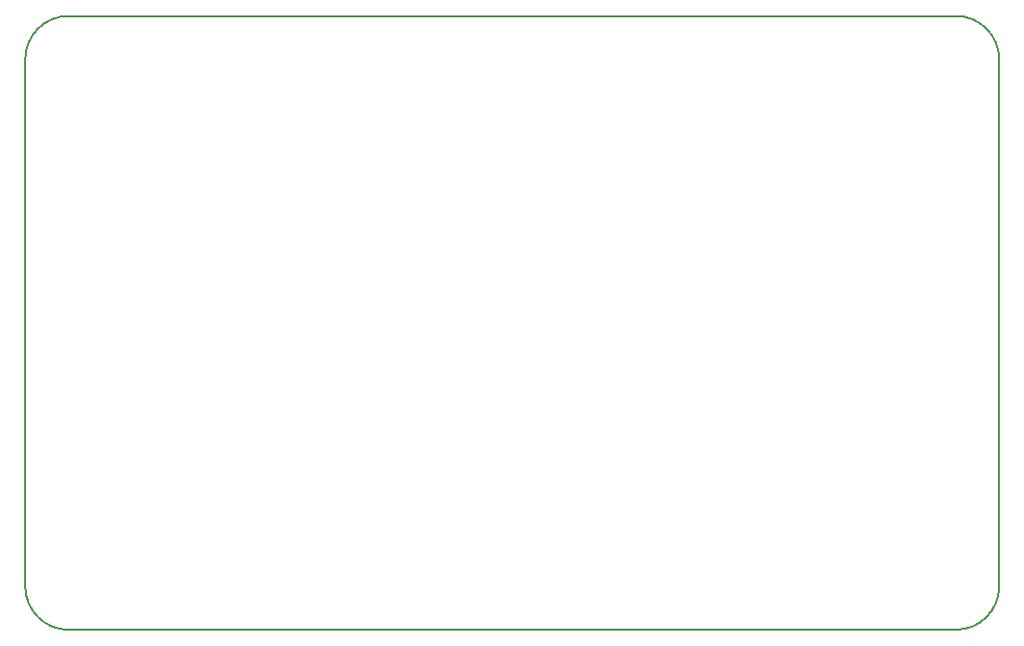
<source format=gbr>
G04 #@! TF.GenerationSoftware,KiCad,Pcbnew,(5.0.1-3-g963ef8bb5)*
G04 #@! TF.CreationDate,2019-01-31T02:17:08+09:00*
G04 #@! TF.ProjectId,mykeyboard,6D796B6579626F6172642E6B69636164,rev?*
G04 #@! TF.SameCoordinates,Original*
G04 #@! TF.FileFunction,Profile,NP*
%FSLAX46Y46*%
G04 Gerber Fmt 4.6, Leading zero omitted, Abs format (unit mm)*
G04 Created by KiCad (PCBNEW (5.0.1-3-g963ef8bb5)) date 2019 January 31, Thursday 02:17:08*
%MOMM*%
%LPD*%
G01*
G04 APERTURE LIST*
%ADD10C,0.150000*%
G04 APERTURE END LIST*
D10*
X192280000Y-78740000D02*
X192280000Y-125100000D01*
X110490000Y-74930000D02*
X188470000Y-74930000D01*
X188470000Y-74930000D02*
G75*
G02X192280000Y-78740000I0J-3810000D01*
G01*
X106680000Y-78740000D02*
G75*
G02X110490000Y-74930000I3810000J0D01*
G01*
X110490000Y-128910000D02*
G75*
G02X106680000Y-125100000I0J3810000D01*
G01*
X106680000Y-78740000D02*
X106680000Y-125100000D01*
X110490000Y-128910000D02*
X188470000Y-128910000D01*
X192280000Y-125100000D02*
G75*
G02X188470000Y-128910000I-3810000J0D01*
G01*
M02*

</source>
